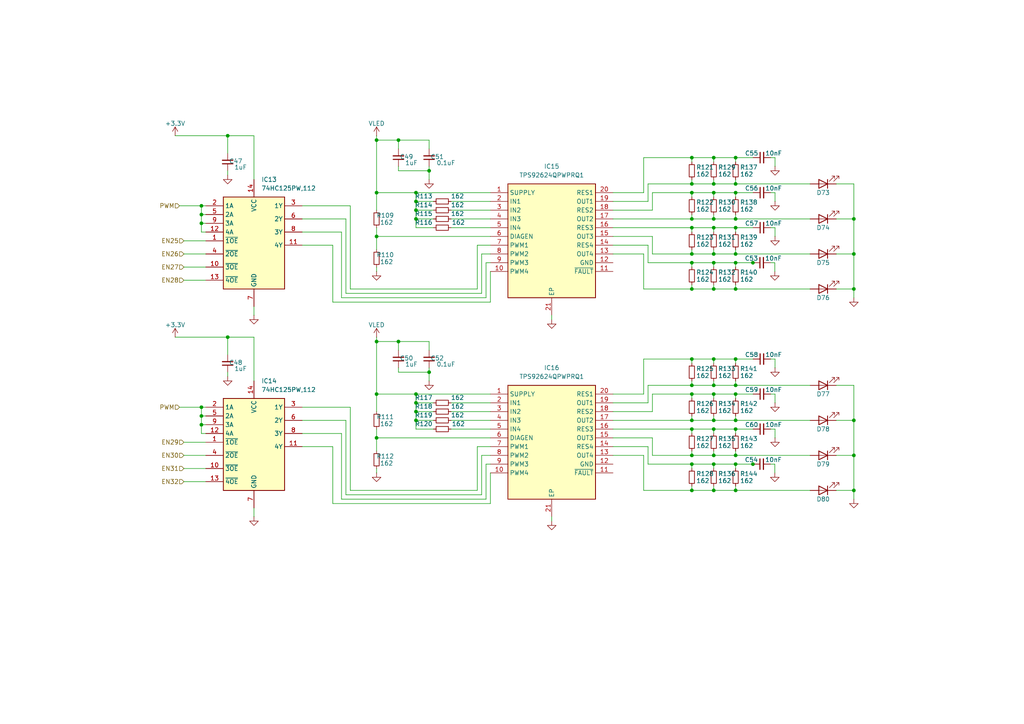
<source format=kicad_sch>
(kicad_sch (version 20250114) (generator "eeschema") (generator_version "9.0")
  (paper "A4")
  (lib_symbols
    (symbol "Device:C_Small" (pin_numbers (hide yes)) (pin_names (offset 0.254) (hide yes))
      (property "Reference" "C" (at 0.254 1.778 0))
      (property "Value" "C_Small" (at 0.254 -2.032 0))
      (symbol "C_Small_0_1"
        (polyline (pts (xy -1.524 0.508) (xy 1.524 0.508)) (stroke (width 0.3048)))
        (polyline (pts (xy -1.524 -0.508) (xy 1.524 -0.508)) (stroke (width 0.3302)))
      )
      (symbol "C_Small_1_1"
        (pin passive line (at 0 2.54 270) (length 2.032) (name "~") (number "1"))
        (pin passive line (at 0 -2.54 90) (length 2.032) (name "~") (number "2"))
      )
    )
    (symbol "Device:R_Small" (pin_numbers (hide yes)) (pin_names (offset 0.254) (hide yes))
      (property "Reference" "R" (at 0 0 90))
      (property "Value" "R_Small" (at 1.778 0 90))
      (symbol "R_Small_0_1"
        (rectangle (start -0.762 1.778) (end 0.762 -1.778) (stroke (width 0.2032)))
      )
      (symbol "R_Small_1_1"
        (pin passive line (at 0 2.54 270) (length 0.762) (name "~") (number "1"))
        (pin passive line (at 0 -2.54 90) (length 0.762) (name "~") (number "2"))
      )
    )
    (symbol "Library:74HC125PW,112"
      (property "Reference" "IC" (at 24.13 7.62 0))
      (property "Value" "74HC125PW,112" (at 24.13 5.08 0))
      (symbol "74HC125PW,112_1_1"
        (rectangle (start 5.08 2.54) (end 22.86 -24.13) (stroke (width 0.254)) (fill (type background)))
        (pin passive line (at 0 0 0) (length 5.08) (name "1A") (number "2"))
        (pin passive line (at 0 -2.54 0) (length 5.08) (name "2A") (number "5"))
        (pin passive line (at 0 -5.08 0) (length 5.08) (name "3A") (number "9"))
        (pin passive line (at 0 -7.62 0) (length 5.08) (name "4A") (number "12"))
        (pin passive line (at 0 -10.16 0) (length 5.08) (name "~{1OE}") (number "1"))
        (pin passive line (at 0 -13.97 0) (length 5.08) (name "~{2OE}") (number "4"))
        (pin passive line (at 0 -17.78 0) (length 5.08) (name "~{3OE}") (number "10"))
        (pin passive line (at 0 -21.59 0) (length 5.08) (name "~{4OE}") (number "13"))
        (pin passive line (at 13.97 7.62 270) (length 5.08) (name "VCC") (number "14"))
        (pin passive line (at 13.97 -29.21 90) (length 5.08) (name "GND") (number "7"))
        (pin passive line (at 27.94 0 180) (length 5.08) (name "1Y") (number "3"))
        (pin passive line (at 27.94 -3.81 180) (length 5.08) (name "2Y") (number "6"))
        (pin passive line (at 27.94 -7.62 180) (length 5.08) (name "3Y") (number "8"))
        (pin passive line (at 27.94 -11.43 180) (length 5.08) (name "4Y") (number "11"))
      )
    )
    (symbol "Library:LED" (pin_numbers (hide yes)) (pin_names (offset 1.016) (hide yes))
      (property "Reference" "D1" (at -1.5875 6.35 0))
      (property "Value" "LED" (at -1.5875 3.81 0))
      (symbol "LED_0_1"
        (polyline (pts (xy -3.048 -0.762) (xy -4.572 -2.286) (xy -3.81 -2.286) (xy -4.572 -2.286) (xy -4.572 -1.524)))
        (polyline (pts (xy -1.778 -0.762) (xy -3.302 -2.286) (xy -2.54 -2.286) (xy -3.302 -2.286) (xy -3.302 -1.524)))
        (polyline (pts (xy -1.27 0) (xy 1.27 0)))
        (polyline (pts (xy -1.27 -1.27) (xy -1.27 1.27)) (stroke (width 0.254)))
        (polyline (pts (xy 1.27 -1.27) (xy 1.27 1.27) (xy -1.27 0) (xy 1.27 -1.27)) (stroke (width 0.254)))
      )
      (symbol "LED_1_1"
        (pin passive line (at -3.81 0 0) (length 2.54) (name "K") (number "1"))
        (pin passive line (at -3.81 0 0) (length 2.54) (name "K") (number "2"))
        (pin passive line (at 3.81 0 180) (length 2.54) (name "A") (number "3"))
        (pin passive line (at 3.81 0 180) (length 2.54) (name "A") (number "4"))
      )
    )
    (symbol "Library:TPS92624QPWPRQ1"
      (property "Reference" "IC" (at 31.75 7.62 0))
      (property "Value" "TPS92624QPWPRQ1" (at 31.75 5.08 0))
      (symbol "TPS92624QPWPRQ1_1_1"
        (rectangle (start 5.08 2.54) (end 30.48 -30.48) (stroke (width 0.254)) (fill (type background)))
        (pin passive line (at 0 0 0) (length 5.08) (name "SUPPLY") (number "1"))
        (pin passive line (at 0 -2.54 0) (length 5.08) (name "IN1") (number "2"))
        (pin passive line (at 0 -5.08 0) (length 5.08) (name "IN2") (number "3"))
        (pin passive line (at 0 -7.62 0) (length 5.08) (name "IN3") (number "4"))
        (pin passive line (at 0 -10.16 0) (length 5.08) (name "IN4") (number "5"))
        (pin passive line (at 0 -12.7 0) (length 5.08) (name "DIAGEN") (number "6"))
        (pin passive line (at 0 -15.24 0) (length 5.08) (name "PWM1") (number "7"))
        (pin passive line (at 0 -17.78 0) (length 5.08) (name "PWM2") (number "8"))
        (pin passive line (at 0 -20.32 0) (length 5.08) (name "PWM3") (number "9"))
        (pin passive line (at 0 -22.86 0) (length 5.08) (name "PWM4") (number "10"))
        (pin passive line (at 17.78 -35.56 90) (length 5.08) (name "EP") (number "21"))
        (pin passive line (at 35.56 0 180) (length 5.08) (name "RES1") (number "20"))
        (pin passive line (at 35.56 -2.54 180) (length 5.08) (name "OUT1") (number "19"))
        (pin passive line (at 35.56 -5.08 180) (length 5.08) (name "RES2") (number "18"))
        (pin passive line (at 35.56 -7.62 180) (length 5.08) (name "OUT2") (number "17"))
        (pin passive line (at 35.56 -10.16 180) (length 5.08) (name "RES3") (number "16"))
        (pin passive line (at 35.56 -12.7 180) (length 5.08) (name "OUT3") (number "15"))
        (pin passive line (at 35.56 -15.24 180) (length 5.08) (name "RES4") (number "14"))
        (pin passive line (at 35.56 -17.78 180) (length 5.08) (name "OUT4") (number "13"))
        (pin passive line (at 35.56 -20.32 180) (length 5.08) (name "GND") (number "12"))
        (pin passive line (at 35.56 -22.86 180) (length 5.08) (name "~{FAULT}") (number "11"))
      )
    )
    (symbol "power:+3.3V" (power) (pin_numbers (hide yes)) (pin_names (offset 0) (hide yes))
      (property "Value" "+3.3V" (at 0 3.556 0))
      (symbol "+3.3V_0_1"
        (polyline (pts (xy -0.762 1.27) (xy 0 2.54)))
        (polyline (pts (xy 0 2.54) (xy 0.762 1.27)))
        (polyline (pts (xy 0 0) (xy 0 2.54)))
      )
      (symbol "+3.3V_1_1"
        (pin power_in line (at 0 0 90) (length 0) (name "~") (number "1"))
      )
    )
    (symbol "power:GND" (power) (pin_numbers (hide yes)) (pin_names (offset 0) (hide yes))
      (property "Value" "GND" (at 0 -3.81 0))
      (symbol "GND_0_1"
        (polyline (pts (xy 0 0) (xy 0 -1.27) (xy 1.27 -1.27) (xy 0 -2.54) (xy -1.27 -1.27) (xy 0 -1.27)))
      )
      (symbol "GND_1_1"
        (pin power_in line (at 0 0 270) (length 0) (name "~") (number "1"))
      )
    )
  )
  (junction (at 207.01 132.08))
  (junction (at 213.36 142.24))
  (junction (at 120.65 119.38))
  (junction (at 200.66 63.5))
  (junction (at 207.01 45.72))
  (junction (at 207.01 66.04))
  (junction (at 109.22 55.88))
  (junction (at 58.42 64.77))
  (junction (at 207.01 55.88))
  (junction (at 207.01 83.82))
  (junction (at 207.01 53.34))
  (junction (at 109.22 99.06))
  (junction (at 213.36 114.3))
  (junction (at 58.42 59.69))
  (junction (at 213.36 76.2))
  (junction (at 207.01 134.62))
  (junction (at 200.66 142.24))
  (junction (at 247.65 142.24))
  (junction (at 247.65 132.08))
  (junction (at 200.66 83.82))
  (junction (at 58.42 123.19))
  (junction (at 124.46 107.95))
  (junction (at 207.01 114.3))
  (junction (at 207.01 121.92))
  (junction (at 58.42 118.11))
  (junction (at 213.36 73.66))
  (junction (at 58.42 120.65))
  (junction (at 207.01 73.66))
  (junction (at 200.66 104.14))
  (junction (at 213.36 104.14))
  (junction (at 247.65 83.82))
  (junction (at 124.46 49.53))
  (junction (at 120.65 116.84))
  (junction (at 200.66 132.08))
  (junction (at 120.65 60.96))
  (junction (at 200.66 76.2))
  (junction (at 66.04 97.79))
  (junction (at 200.66 124.46))
  (junction (at 247.65 63.5))
  (junction (at 200.66 111.76))
  (junction (at 58.42 62.23))
  (junction (at 213.36 132.08))
  (junction (at 213.36 83.82))
  (junction (at 247.65 121.92))
  (junction (at 109.22 68.58))
  (junction (at 120.65 63.5))
  (junction (at 115.57 99.06))
  (junction (at 218.3774 76.2))
  (junction (at 120.65 58.42))
  (junction (at 213.36 45.72))
  (junction (at 200.66 114.3))
  (junction (at 207.01 63.5))
  (junction (at 247.65 73.66))
  (junction (at 66.04 39.37))
  (junction (at 200.66 45.72))
  (junction (at 120.65 114.3))
  (junction (at 207.01 76.2))
  (junction (at 109.22 40.64))
  (junction (at 207.01 111.76))
  (junction (at 109.22 114.3))
  (junction (at 200.66 121.92))
  (junction (at 120.65 121.92))
  (junction (at 207.01 142.24))
  (junction (at 200.66 66.04))
  (junction (at 200.66 55.88))
  (junction (at 207.01 104.14))
  (junction (at 207.01 124.46))
  (junction (at 218.3774 134.62))
  (junction (at 213.36 63.5))
  (junction (at 213.36 66.04))
  (junction (at 200.66 53.34))
  (junction (at 200.66 134.62))
  (junction (at 109.22 127))
  (junction (at 213.36 121.92))
  (junction (at 200.66 73.66))
  (junction (at 213.36 134.62))
  (junction (at 213.36 55.88))
  (junction (at 115.57 40.64))
  (junction (at 213.36 111.76))
  (junction (at 120.65 55.88))
  (junction (at 213.36 124.46))
  (junction (at 213.36 53.34))
  (wire (pts (xy 125.73 119.38) (xy 120.65 119.38)))
  (wire (pts (xy 200.66 76.2) (xy 207.01 76.2)))
  (wire (pts (xy 187.96 111.76) (xy 200.66 111.76)))
  (wire (pts (xy 200.66 45.72) (xy 207.01 45.72)))
  (wire (pts (xy 213.36 124.46) (xy 213.36 125.73)))
  (wire (pts (xy 177.8 71.12) (xy 187.96 71.12)))
  (wire (pts (xy 247.65 111.76) (xy 247.65 121.92)))
  (wire (pts (xy 213.36 111.76) (xy 234.95 111.76)))
  (wire (pts (xy 120.65 121.92) (xy 120.65 124.46)))
  (wire (pts (xy 213.36 66.04) (xy 213.36 67.31)))
  (wire (pts (xy 200.66 114.3) (xy 207.01 114.3)))
  (wire (pts (xy 138.43 83.82) (xy 138.43 71.12)))
  (wire (pts (xy 115.57 99.06) (xy 124.46 99.06)))
  (wire (pts (xy 177.8 58.42) (xy 187.96 58.42)))
  (wire (pts (xy 130.81 124.46) (xy 142.24 124.46)))
  (wire (pts (xy 100.33 143.51) (xy 139.7 143.51)))
  (wire (pts (xy 213.36 83.82) (xy 213.36 82.55)))
  (wire (pts (xy 177.8 124.46) (xy 200.66 124.46)))
  (wire (pts (xy 120.65 58.42) (xy 120.65 60.96)))
  (wire (pts (xy 207.01 63.5) (xy 207.01 62.23)))
  (wire (pts (xy 109.22 68.58) (xy 142.24 68.58)))
  (wire (pts (xy 53.34 73.66) (xy 59.69 73.66)))
  (wire (pts (xy 207.01 104.14) (xy 207.01 105.41)))
  (wire (pts (xy 58.42 125.73) (xy 58.42 123.19)))
  (wire (pts (xy 213.36 55.88) (xy 213.36 57.15)))
  (wire (pts (xy 177.8 60.96) (xy 189.23 60.96)))
  (wire (pts (xy 96.52 129.54) (xy 96.52 146.05)))
  (wire (pts (xy 207.01 124.46) (xy 213.36 124.46)))
  (wire (pts (xy 247.65 63.5) (xy 247.65 73.66)))
  (wire (pts (xy 247.65 142.24) (xy 242.57 142.24)))
  (wire (pts (xy 58.42 123.19) (xy 59.69 123.19)))
  (wire (pts (xy 207.01 73.66) (xy 213.36 73.66)))
  (wire (pts (xy 207.01 111.76) (xy 213.36 111.76)))
  (wire (pts (xy 58.42 120.65) (xy 58.42 118.11)))
  (wire (pts (xy 142.24 146.05) (xy 142.24 137.16)))
  (wire (pts (xy 120.65 114.3) (xy 142.24 114.3)))
  (wire (pts (xy 200.66 134.62) (xy 200.66 135.89)))
  (wire (pts (xy 247.65 121.92) (xy 247.65 132.08)))
  (wire (pts (xy 160.02 149.86) (xy 160.02 151.13)))
  (wire (pts (xy 213.36 124.46) (xy 218.44 124.46)))
  (wire (pts (xy 177.8 119.38) (xy 189.23 119.38)))
  (wire (pts (xy 120.65 63.5) (xy 120.65 66.04)))
  (wire (pts (xy 218.3774 134.62) (xy 218.44 134.62)))
  (wire (pts (xy 87.63 121.92) (xy 100.33 121.92)))
  (wire (pts (xy 120.65 55.88) (xy 142.24 55.88)))
  (wire (pts (xy 66.04 97.79) (xy 73.66 97.79)))
  (wire (pts (xy 200.66 73.66) (xy 207.01 73.66)))
  (wire (pts (xy 213.36 132.08) (xy 213.36 130.81)))
  (wire (pts (xy 242.57 132.08) (xy 247.65 132.08)))
  (wire (pts (xy 189.23 119.38) (xy 189.23 114.3)))
  (wire (pts (xy 247.65 83.82) (xy 242.57 83.82)))
  (wire (pts (xy 138.43 129.54) (xy 142.24 129.54)))
  (wire (pts (xy 99.06 86.36) (xy 99.06 67.31)))
  (wire (pts (xy 58.42 62.23) (xy 59.69 62.23)))
  (wire (pts (xy 109.22 114.3) (xy 109.22 119.38)))
  (wire (pts (xy 109.22 114.3) (xy 120.65 114.3)))
  (wire (pts (xy 96.52 146.05) (xy 142.24 146.05)))
  (wire (pts (xy 115.57 40.64) (xy 115.57 43.18)))
  (wire (pts (xy 53.34 135.89) (xy 59.69 135.89)))
  (wire (pts (xy 66.04 39.37) (xy 73.66 39.37)))
  (wire (pts (xy 207.01 114.3) (xy 207.01 115.57)))
  (wire (pts (xy 142.24 87.63) (xy 142.24 78.74)))
  (wire (pts (xy 125.73 60.96) (xy 120.65 60.96)))
  (wire (pts (xy 247.65 83.82) (xy 247.65 86.36)))
  (wire (pts (xy 186.69 83.82) (xy 200.66 83.82)))
  (wire (pts (xy 53.34 132.08) (xy 59.69 132.08)))
  (wire (pts (xy 130.81 63.5) (xy 142.24 63.5)))
  (wire (pts (xy 177.8 121.92) (xy 200.66 121.92)))
  (wire (pts (xy 207.01 66.04) (xy 213.36 66.04)))
  (wire (pts (xy 177.8 114.3) (xy 186.69 114.3)))
  (wire (pts (xy 213.36 111.76) (xy 213.36 110.49)))
  (wire (pts (xy 177.8 66.04) (xy 200.66 66.04)))
  (wire (pts (xy 125.73 124.46) (xy 120.65 124.46)))
  (wire (pts (xy 200.66 63.5) (xy 200.66 62.23)))
  (wire (pts (xy 101.6 118.11) (xy 101.6 142.24)))
  (wire (pts (xy 96.52 71.12) (xy 96.52 87.63)))
  (wire (pts (xy 213.36 45.72) (xy 213.36 46.99)))
  (wire (pts (xy 200.66 66.04) (xy 200.66 67.31)))
  (wire (pts (xy 109.22 127) (xy 109.22 124.46)))
  (wire (pts (xy 242.57 111.76) (xy 247.65 111.76)))
  (wire (pts (xy 120.65 116.84) (xy 125.73 116.84)))
  (wire (pts (xy 200.66 132.08) (xy 207.01 132.08)))
  (wire (pts (xy 207.01 134.62) (xy 207.01 135.89)))
  (wire (pts (xy 101.6 142.24) (xy 138.43 142.24)))
  (wire (pts (xy 224.79 48.26) (xy 224.79 45.72)))
  (wire (pts (xy 186.69 73.66) (xy 186.69 83.82)))
  (wire (pts (xy 224.79 66.04) (xy 223.52 66.04)))
  (wire (pts (xy 87.63 129.54) (xy 96.52 129.54)))
  (wire (pts (xy 100.33 85.09) (xy 139.7 85.09)))
  (wire (pts (xy 120.65 58.42) (xy 120.65 55.88)))
  (wire (pts (xy 177.8 127) (xy 189.23 127)))
  (wire (pts (xy 200.66 104.14) (xy 200.66 105.41)))
  (wire (pts (xy 207.01 121.92) (xy 213.36 121.92)))
  (wire (pts (xy 200.66 114.3) (xy 200.66 115.57)))
  (wire (pts (xy 130.81 58.42) (xy 142.24 58.42)))
  (wire (pts (xy 130.81 121.92) (xy 142.24 121.92)))
  (wire (pts (xy 187.96 53.34) (xy 200.66 53.34)))
  (wire (pts (xy 189.23 55.88) (xy 200.66 55.88)))
  (wire (pts (xy 53.34 81.28) (xy 59.69 81.28)))
  (wire (pts (xy 99.06 144.78) (xy 99.06 125.73)))
  (wire (pts (xy 213.36 142.24) (xy 234.95 142.24)))
  (wire (pts (xy 52.07 59.69) (xy 58.42 59.69)))
  (wire (pts (xy 139.7 85.09) (xy 139.7 73.66)))
  (wire (pts (xy 58.42 64.77) (xy 58.42 62.23)))
  (wire (pts (xy 99.06 125.73) (xy 87.63 125.73)))
  (wire (pts (xy 207.01 45.72) (xy 213.36 45.72)))
  (wire (pts (xy 109.22 55.88) (xy 120.65 55.88)))
  (wire (pts (xy 120.65 119.38) (xy 120.65 121.92)))
  (wire (pts (xy 109.22 40.64) (xy 109.22 55.88)))
  (wire (pts (xy 186.69 104.14) (xy 200.66 104.14)))
  (wire (pts (xy 109.22 99.06) (xy 115.57 99.06)))
  (wire (pts (xy 115.57 48.26) (xy 115.57 49.53)))
  (wire (pts (xy 139.7 73.66) (xy 142.24 73.66)))
  (wire (pts (xy 177.8 116.84) (xy 187.96 116.84)))
  (wire (pts (xy 200.66 83.82) (xy 200.66 82.55)))
  (wire (pts (xy 109.22 130.81) (xy 109.22 127)))
  (wire (pts (xy 124.46 49.53) (xy 124.46 48.26)))
  (wire (pts (xy 109.22 97.79) (xy 109.22 99.06)))
  (wire (pts (xy 73.66 52.07) (xy 73.66 39.37)))
  (wire (pts (xy 125.73 66.04) (xy 120.65 66.04)))
  (wire (pts (xy 242.57 73.66) (xy 247.65 73.66)))
  (wire (pts (xy 139.7 132.08) (xy 142.24 132.08)))
  (wire (pts (xy 200.66 134.62) (xy 207.01 134.62)))
  (wire (pts (xy 186.69 132.08) (xy 186.69 142.24)))
  (wire (pts (xy 142.24 76.2) (xy 140.97 76.2)))
  (wire (pts (xy 200.66 45.72) (xy 200.66 46.99)))
  (wire (pts (xy 115.57 49.53) (xy 124.46 49.53)))
  (wire (pts (xy 177.8 63.5) (xy 200.66 63.5)))
  (wire (pts (xy 120.65 116.84) (xy 120.65 114.3)))
  (wire (pts (xy 53.34 77.47) (xy 59.69 77.47)))
  (wire (pts (xy 189.23 73.66) (xy 200.66 73.66)))
  (wire (pts (xy 207.01 55.88) (xy 207.01 57.15)))
  (wire (pts (xy 186.69 142.24) (xy 200.66 142.24)))
  (wire (pts (xy 213.36 83.82) (xy 234.95 83.82)))
  (wire (pts (xy 189.23 68.58) (xy 189.23 73.66)))
  (wire (pts (xy 138.43 71.12) (xy 142.24 71.12)))
  (wire (pts (xy 109.22 55.88) (xy 109.22 60.96)))
  (wire (pts (xy 213.36 134.62) (xy 218.3774 134.62)))
  (wire (pts (xy 115.57 40.64) (xy 124.46 40.64)))
  (wire (pts (xy 207.01 134.62) (xy 213.36 134.62)))
  (wire (pts (xy 247.65 73.66) (xy 247.65 83.82)))
  (wire (pts (xy 224.7274 134.62) (xy 223.4574 134.62)))
  (wire (pts (xy 213.36 104.14) (xy 218.44 104.14)))
  (wire (pts (xy 186.69 45.72) (xy 200.66 45.72)))
  (wire (pts (xy 96.52 87.63) (xy 142.24 87.63)))
  (wire (pts (xy 187.96 129.54) (xy 187.96 134.62)))
  (wire (pts (xy 124.46 99.06) (xy 124.46 101.6)))
  (wire (pts (xy 213.36 114.3) (xy 213.36 115.57)))
  (wire (pts (xy 53.34 139.7) (xy 59.69 139.7)))
  (wire (pts (xy 207.01 53.34) (xy 213.36 53.34)))
  (wire (pts (xy 213.36 53.34) (xy 213.36 52.07)))
  (wire (pts (xy 87.63 118.11) (xy 101.6 118.11)))
  (wire (pts (xy 177.8 129.54) (xy 187.96 129.54)))
  (wire (pts (xy 200.66 55.88) (xy 200.66 57.15)))
  (wire (pts (xy 140.97 134.62) (xy 140.97 144.78)))
  (wire (pts (xy 189.23 132.08) (xy 200.66 132.08)))
  (wire (pts (xy 200.66 76.2) (xy 200.66 77.47)))
  (wire (pts (xy 101.6 83.82) (xy 138.43 83.82)))
  (wire (pts (xy 115.57 106.68) (xy 115.57 107.95)))
  (wire (pts (xy 207.01 142.24) (xy 213.36 142.24)))
  (wire (pts (xy 130.81 116.84) (xy 142.24 116.84)))
  (wire (pts (xy 200.66 142.24) (xy 207.01 142.24)))
  (wire (pts (xy 58.42 64.77) (xy 59.69 64.77)))
  (wire (pts (xy 200.66 104.14) (xy 207.01 104.14)))
  (wire (pts (xy 224.7274 78.74) (xy 224.7274 76.2)))
  (wire (pts (xy 187.96 71.12) (xy 187.96 76.2)))
  (wire (pts (xy 140.97 144.78) (xy 99.06 144.78)))
  (wire (pts (xy 87.63 71.12) (xy 96.52 71.12)))
  (wire (pts (xy 101.6 59.69) (xy 101.6 83.82)))
  (wire (pts (xy 213.36 45.72) (xy 218.44 45.72)))
  (wire (pts (xy 109.22 39.37) (xy 109.22 40.64)))
  (wire (pts (xy 207.01 114.3) (xy 213.36 114.3)))
  (wire (pts (xy 177.8 73.66) (xy 186.69 73.66)))
  (wire (pts (xy 109.22 77.47) (xy 109.22 78.74)))
  (wire (pts (xy 87.63 63.5) (xy 100.33 63.5)))
  (wire (pts (xy 124.46 107.95) (xy 124.46 106.68)))
  (wire (pts (xy 187.96 76.2) (xy 200.66 76.2)))
  (wire (pts (xy 224.79 106.68) (xy 224.79 104.14)))
  (wire (pts (xy 224.79 55.88) (xy 223.52 55.88)))
  (wire (pts (xy 213.36 53.34) (xy 234.95 53.34)))
  (wire (pts (xy 189.23 114.3) (xy 200.66 114.3)))
  (wire (pts (xy 207.01 66.04) (xy 207.01 67.31)))
  (wire (pts (xy 200.66 111.76) (xy 200.66 110.49)))
  (wire (pts (xy 207.01 83.82) (xy 207.01 82.55)))
  (wire (pts (xy 177.8 132.08) (xy 186.69 132.08)))
  (wire (pts (xy 224.79 45.72) (xy 223.52 45.72)))
  (wire (pts (xy 213.36 73.66) (xy 234.95 73.66)))
  (wire (pts (xy 109.22 127) (xy 142.24 127)))
  (wire (pts (xy 207.01 124.46) (xy 207.01 125.73)))
  (wire (pts (xy 115.57 107.95) (xy 124.46 107.95)))
  (wire (pts (xy 242.57 121.92) (xy 247.65 121.92)))
  (wire (pts (xy 247.65 53.34) (xy 247.65 63.5)))
  (wire (pts (xy 213.36 121.92) (xy 213.36 120.65)))
  (wire (pts (xy 73.66 110.49) (xy 73.66 97.79)))
  (wire (pts (xy 187.96 58.42) (xy 187.96 53.34)))
  (wire (pts (xy 200.66 83.82) (xy 207.01 83.82)))
  (wire (pts (xy 224.7274 76.2) (xy 223.4574 76.2)))
  (wire (pts (xy 207.01 73.66) (xy 207.01 72.39)))
  (wire (pts (xy 139.7 143.51) (xy 139.7 132.08)))
  (wire (pts (xy 58.42 67.31) (xy 58.42 64.77)))
  (wire (pts (xy 187.96 116.84) (xy 187.96 111.76)))
  (wire (pts (xy 200.66 53.34) (xy 200.66 52.07)))
  (wire (pts (xy 130.81 119.38) (xy 142.24 119.38)))
  (wire (pts (xy 200.66 132.08) (xy 200.66 130.81)))
  (wire (pts (xy 207.01 104.14) (xy 213.36 104.14)))
  (wire (pts (xy 66.04 107.95) (xy 66.04 109.22)))
  (wire (pts (xy 213.36 66.04) (xy 218.44 66.04)))
  (wire (pts (xy 207.01 63.5) (xy 213.36 63.5)))
  (wire (pts (xy 53.34 128.27) (xy 59.69 128.27)))
  (wire (pts (xy 224.79 127) (xy 224.79 124.46)))
  (wire (pts (xy 73.66 88.9) (xy 73.66 91.44)))
  (wire (pts (xy 207.01 111.76) (xy 207.01 110.49)))
  (wire (pts (xy 125.73 121.92) (xy 120.65 121.92)))
  (wire (pts (xy 58.42 62.23) (xy 58.42 59.69)))
  (wire (pts (xy 138.43 142.24) (xy 138.43 129.54)))
  (wire (pts (xy 200.66 73.66) (xy 200.66 72.39)))
  (wire (pts (xy 207.01 53.34) (xy 207.01 52.07)))
  (wire (pts (xy 50.8 97.79) (xy 66.04 97.79)))
  (wire (pts (xy 58.42 120.65) (xy 59.69 120.65)))
  (wire (pts (xy 73.66 147.32) (xy 73.66 149.86)))
  (wire (pts (xy 200.66 53.34) (xy 207.01 53.34)))
  (wire (pts (xy 186.69 114.3) (xy 186.69 104.14)))
  (wire (pts (xy 224.79 104.14) (xy 223.52 104.14)))
  (wire (pts (xy 207.01 76.2) (xy 213.36 76.2)))
  (wire (pts (xy 224.79 68.58) (xy 224.79 66.04)))
  (wire (pts (xy 200.66 121.92) (xy 200.66 120.65)))
  (wire (pts (xy 207.01 142.24) (xy 207.01 140.97)))
  (wire (pts (xy 140.97 76.2) (xy 140.97 86.36)))
  (wire (pts (xy 100.33 121.92) (xy 100.33 143.51)))
  (wire (pts (xy 52.07 118.11) (xy 58.42 118.11)))
  (wire (pts (xy 125.73 63.5) (xy 120.65 63.5)))
  (wire (pts (xy 224.79 58.42) (xy 224.79 55.88)))
  (wire (pts (xy 115.57 99.06) (xy 115.57 101.6)))
  (wire (pts (xy 247.65 132.08) (xy 247.65 142.24)))
  (wire (pts (xy 207.01 45.72) (xy 207.01 46.99)))
  (wire (pts (xy 66.04 49.53) (xy 66.04 50.8)))
  (wire (pts (xy 109.22 40.64) (xy 115.57 40.64)))
  (wire (pts (xy 224.7274 137.16) (xy 224.7274 134.62)))
  (wire (pts (xy 213.36 114.3) (xy 218.44 114.3)))
  (wire (pts (xy 66.04 97.79) (xy 66.04 102.87)))
  (wire (pts (xy 200.66 142.24) (xy 200.66 140.97)))
  (wire (pts (xy 213.36 76.2) (xy 213.36 77.47)))
  (wire (pts (xy 59.69 67.31) (xy 58.42 67.31)))
  (wire (pts (xy 58.42 118.11) (xy 59.69 118.11)))
  (wire (pts (xy 200.66 63.5) (xy 207.01 63.5)))
  (wire (pts (xy 177.8 68.58) (xy 189.23 68.58)))
  (wire (pts (xy 189.23 127) (xy 189.23 132.08)))
  (wire (pts (xy 200.66 121.92) (xy 207.01 121.92)))
  (wire (pts (xy 130.81 66.04) (xy 142.24 66.04)))
  (wire (pts (xy 247.65 142.24) (xy 247.65 144.78)))
  (wire (pts (xy 207.01 55.88) (xy 213.36 55.88)))
  (wire (pts (xy 200.66 111.76) (xy 207.01 111.76)))
  (wire (pts (xy 160.02 91.44) (xy 160.02 92.71)))
  (wire (pts (xy 213.36 63.5) (xy 213.36 62.23)))
  (wire (pts (xy 66.04 39.37) (xy 66.04 44.45)))
  (wire (pts (xy 207.01 76.2) (xy 207.01 77.47)))
  (wire (pts (xy 87.63 59.69) (xy 101.6 59.69)))
  (wire (pts (xy 200.66 55.88) (xy 207.01 55.88)))
  (wire (pts (xy 218.3774 76.2) (xy 218.44 76.2)))
  (wire (pts (xy 50.8 39.37) (xy 66.04 39.37)))
  (wire (pts (xy 58.42 123.19) (xy 58.42 120.65)))
  (wire (pts (xy 200.66 124.46) (xy 200.66 125.73)))
  (wire (pts (xy 213.36 104.14) (xy 213.36 105.41)))
  (wire (pts (xy 59.69 125.73) (xy 58.42 125.73)))
  (wire (pts (xy 99.06 67.31) (xy 87.63 67.31)))
  (wire (pts (xy 124.46 107.95) (xy 124.46 110.49)))
  (wire (pts (xy 130.81 60.96) (xy 142.24 60.96)))
  (wire (pts (xy 120.65 116.84) (xy 120.65 119.38)))
  (wire (pts (xy 120.65 58.42) (xy 125.73 58.42)))
  (wire (pts (xy 120.65 60.96) (xy 120.65 63.5)))
  (wire (pts (xy 53.34 69.85) (xy 59.69 69.85)))
  (wire (pts (xy 224.79 116.84) (xy 224.79 114.3)))
  (wire (pts (xy 200.66 124.46) (xy 207.01 124.46)))
  (wire (pts (xy 213.36 73.66) (xy 213.36 72.39)))
  (wire (pts (xy 207.01 121.92) (xy 207.01 120.65)))
  (wire (pts (xy 213.36 134.62) (xy 213.36 135.89)))
  (wire (pts (xy 213.36 132.08) (xy 234.95 132.08)))
  (wire (pts (xy 242.57 53.34) (xy 247.65 53.34)))
  (wire (pts (xy 213.36 55.88) (xy 218.44 55.88)))
  (wire (pts (xy 142.24 134.62) (xy 140.97 134.62)))
  (wire (pts (xy 224.79 124.46) (xy 223.52 124.46)))
  (wire (pts (xy 207.01 132.08) (xy 213.36 132.08)))
  (wire (pts (xy 109.22 68.58) (xy 109.22 66.04)))
  (wire (pts (xy 177.8 55.88) (xy 186.69 55.88)))
  (wire (pts (xy 109.22 135.89) (xy 109.22 137.16)))
  (wire (pts (xy 213.36 142.24) (xy 213.36 140.97)))
  (wire (pts (xy 189.23 60.96) (xy 189.23 55.88)))
  (wire (pts (xy 58.42 59.69) (xy 59.69 59.69)))
  (wire (pts (xy 186.69 55.88) (xy 186.69 45.72)))
  (wire (pts (xy 242.57 63.5) (xy 247.65 63.5)))
  (wire (pts (xy 109.22 72.39) (xy 109.22 68.58)))
  (wire (pts (xy 224.79 114.3) (xy 223.52 114.3)))
  (wire (pts (xy 100.33 63.5) (xy 100.33 85.09)))
  (wire (pts (xy 109.22 99.06) (xy 109.22 114.3)))
  (wire (pts (xy 213.36 63.5) (xy 234.95 63.5)))
  (wire (pts (xy 124.46 49.53) (xy 124.46 52.07)))
  (wire (pts (xy 207.01 83.82) (xy 213.36 83.82)))
  (wire (pts (xy 213.36 76.2) (xy 218.3774 76.2)))
  (wire (pts (xy 207.01 132.08) (xy 207.01 130.81)))
  (wire (pts (xy 187.96 134.62) (xy 200.66 134.62)))
  (wire (pts (xy 140.97 86.36) (xy 99.06 86.36)))
  (wire (pts (xy 213.36 121.92) (xy 234.95 121.92)))
  (wire (pts (xy 124.46 40.64) (xy 124.46 43.18)))
  (wire (pts (xy 200.66 66.04) (xy 207.01 66.04)))
  (hierarchical_label "EN27" (shape input) (at 53.34 77.47 180))
  (hierarchical_label "PWM" (shape input) (at 52.07 59.69 180))
  (hierarchical_label "EN31" (shape input) (at 53.34 135.89 180))
  (hierarchical_label "EN29" (shape input) (at 53.34 128.27 180))
  (hierarchical_label "EN30" (shape input) (at 53.34 132.08 180))
  (hierarchical_label "PWM" (shape input) (at 52.07 118.11 180))
  (hierarchical_label "EN28" (shape input) (at 53.34 81.28 180))
  (hierarchical_label "EN32" (shape input) (at 53.34 139.7 180))
  (hierarchical_label "EN26" (shape input) (at 53.34 73.66 180))
  (hierarchical_label "EN25" (shape input) (at 53.34 69.85 180))
  (symbol (lib_id "Device:R_Small") (at 109.22 121.92 180) (unit 1)
    (property "Reference" "R111" (at 114.3 120.904 0) (effects (justify left)))
    (property "Value" "162" (at 114.046 122.936 0) (effects (justify left)))
    (property "Description" "Resistor, small symbol" (effects (hide yes)))
  )
  (symbol (lib_id "Device:R_Small") (at 200.66 69.85 0) (unit 1)
    (property "Reference" "R123" (at 201.93 68.834 0) (effects (justify left)))
    (property "Value" "162" (at 201.93 70.866 0) (effects (justify left)))
    (property "Description" "Resistor, small symbol" (effects (hide yes)))
  )
  (symbol (lib_id "power:GND") (at 66.04 109.22 0) (unit 1)
    (property "Reference" "#PWR086" (effects (hide yes)))
    (property "Value" "GND" (effects (hide yes)))
    (property "Description" "Power symbol creates a global label with name \"GND\" , ground" (effects (hide yes)))
  )
  (symbol (lib_id "power:GND") (at 224.79 127 0) (unit 1)
    (property "Reference" "#PWR0104" (effects (hide yes)))
    (property "Value" "GND" (effects (hide yes)))
    (property "Description" "Power symbol creates a global label with name \"GND\" , ground" (effects (hide yes)))
  )
  (symbol (lib_id "power:GND") (at 109.22 137.16 0) (unit 1)
    (property "Reference" "#PWR092" (effects (hide yes)))
    (property "Value" "GND" (effects (hide yes)))
    (property "Description" "Power symbol creates a global label with name \"GND\" , ground" (effects (hide yes)))
  )
  (symbol (lib_id "Device:R_Small") (at 207.01 138.43 0) (unit 1)
    (property "Reference" "R136" (at 208.28 137.414 0) (effects (justify left)))
    (property "Value" "162" (at 208.28 139.446 0) (effects (justify left)))
    (property "Description" "Resistor, small symbol" (effects (hide yes)))
  )
  (symbol (lib_id "power:+3.3V") (at 50.8 39.37 0) (unit 1)
    (property "Reference" "#PWR083" (effects (hide yes)))
    (property "Value" "+3.3V" (at 50.8 35.814 0))
    (property "Description" "Power symbol creates a global label with name \"+3.3V\"" (effects (hide yes)))
  )
  (symbol (lib_id "Library:TPS92624QPWPRQ1") (at 142.24 114.3 0) (unit 1)
    (property "Reference" "IC16" (at 160.02 106.68 0))
    (property "Value" "TPS92624QPWPRQ1" (at 160.02 109.22 0))
    (property "Footprint" "Library:SOP65P640X120-21N" (effects (hide yes)))
    (property "Datasheet" "https://www.ti.com/lit/ds/symlink/tps92624-q1.pdf?ts=1694767333380&ref_url=https%253A%252F%252Fwww.ti.com%252Fproduct%252FTPS92624-Q1%252Fpart-details%252FTPS92624QPWPRQ1%253Futm_source%253Dgoogle%2526utm_medium%253Dcpc%2526utm_campaign%253Docb-tistore-pr" (effects (hide yes)))
    (property "Description" "TPS92624-Q1 Four-Channel, Automotive High Side LED Driver with Thermal Sharing Control" (effects (hide yes)))
    (property "Height" "1.2" (effects (hide yes)))
    (property "Manufacturer_Name" "Texas Instruments" (effects (hide yes)))
    (property "Manufacturer_Part_Number" "TPS92624QPWPRQ1" (effects (hide yes)))
    (property "Mouser Part Number" "595-TPS92624QPWPRQ1" (effects (hide yes)))
    (property "Mouser Price/Stock" "https://www.mouser.co.uk/ProductDetail/Texas-Instruments/TPS92624QPWPRQ1?qs=t7xnP681wgUaZydy8rdCYA%3D%3D" (effects (hide yes)))
    (property "Arrow Part Number" "TPS92624QPWPRQ1" (effects (hide yes)))
    (property "Arrow Price/Stock" "https://www.arrow.com/en/products/tps92624qpwprq1/texas-instruments?utm_currency=USD&region=nac" (effects (hide yes)))
  )
  (symbol (lib_id "Device:R_Small") (at 128.27 63.5 90) (unit 1)
    (property "Reference" "R115" (at 125.476 61.976 90) (effects (justify left)))
    (property "Value" "162" (at 134.62 61.976 90) (effects (justify left)))
    (property "Description" "Resistor, small symbol" (effects (hide yes)))
  )
  (symbol (lib_id "Library:74HC125PW,112") (at 59.69 118.11 0) (unit 1)
    (property "Reference" "IC14" (at 75.8033 110.49 0) (effects (justify left)))
    (property "Value" "74HC125PW,112" (at 75.8033 113.03 0) (effects (justify left)))
    (property "Footprint" "Library:SOP65P640X110-14N" (effects (hide yes)))
    (property "Datasheet" "https://assets.nexperia.com/documents/data-sheet/74HC_HCT125.pdf" (effects (hide yes)))
    (property "Description" "74HC(T)125 - Quad buffer/line driver; 3-state@en-us" (effects (hide yes)))
    (property "Height" "1.1" (effects (hide yes)))
    (property "Manufacturer_Name" "Nexperia" (effects (hide yes)))
    (property "Manufacturer_Part_Number" "74HC125PW,112" (effects (hide yes)))
    (property "Mouser Part Number" "771-HC125PW112" (effects (hide yes)))
    (property "Mouser Price/Stock" "https://www.mouser.co.uk/ProductDetail/Nexperia/74HC125PW112?qs=P62ublwmbi%252BZ%2FJLwta676g%3D%3D" (effects (hide yes)))
    (property "Arrow Part Number" "74HC125PW,112" (effects (hide yes)))
    (property "Arrow Price/Stock" "https://www.arrow.com/en/products/74hc125pw112/nexperia?region=europe" (effects (hide yes)))
  )
  (symbol (lib_id "Device:R_Small") (at 109.22 74.93 180) (unit 1)
    (property "Reference" "R110" (at 114.3 73.914 0) (effects (justify left)))
    (property "Value" "162" (at 114.046 75.946 0) (effects (justify left)))
    (property "Description" "Resistor, small symbol" (effects (hide yes)))
  )
  (symbol (lib_id "Library:LED") (at 238.76 121.92 180) (unit 1)
    (property "Reference" "D78" (at 238.76 124.46 0))
    (property "Value" "LED" (effects (hide yes)))
    (property "Footprint" "Library:GWJTLRS1EMLVL5XX531" (effects (hide yes)))
    (property "Description" "Light emitting diode" (effects (hide yes)))
    (property "Sim.Pins" "1=K 2=A" (effects (hide yes)))
  )
  (symbol (lib_id "Library:LED") (at 238.76 83.82 180) (unit 1)
    (property "Reference" "D76" (at 238.76 86.36 0))
    (property "Value" "LED" (effects (hide yes)))
    (property "Footprint" "Library:GWJTLRS1EMLVL5XX531" (effects (hide yes)))
    (property "Description" "Light emitting diode" (effects (hide yes)))
    (property "Sim.Pins" "1=K 2=A" (effects (hide yes)))
  )
  (symbol (lib_id "Device:C_Small") (at 220.98 66.04 90) (unit 1)
    (property "Reference" "C57" (at 219.964 64.77 90) (effects (justify left)))
    (property "Value" "10nF" (at 226.822 64.77 90) (effects (justify left)))
    (property "Description" "Unpolarized capacitor, small symbol" (effects (hide yes)))
  )
  (symbol (lib_id "power:GND") (at 224.79 106.68 0) (unit 1)
    (property "Reference" "#PWR0102" (effects (hide yes)))
    (property "Value" "GND" (effects (hide yes)))
    (property "Description" "Power symbol creates a global label with name \"GND\" , ground" (effects (hide yes)))
  )
  (symbol (lib_id "Device:R_Small") (at 200.66 49.53 0) (unit 1)
    (property "Reference" "R121" (at 201.93 48.514 0) (effects (justify left)))
    (property "Value" "162" (at 201.93 50.546 0) (effects (justify left)))
    (property "Description" "Resistor, small symbol" (effects (hide yes)))
  )
  (symbol (lib_id "Device:C_Small") (at 220.98 114.3 90) (unit 1)
    (property "Reference" "C59" (at 219.964 113.03 90) (effects (justify left)))
    (property "Value" "10nF" (at 226.822 113.03 90) (effects (justify left)))
    (property "Description" "Unpolarized capacitor, small symbol" (effects (hide yes)))
  )
  (symbol (lib_id "power:GND") (at 247.65 86.36 0) (unit 1)
    (property "Reference" "#PWR0105" (effects (hide yes)))
    (property "Value" "GND" (effects (hide yes)))
    (property "Description" "Power symbol creates a global label with name \"GND\" , ground" (effects (hide yes)))
  )
  (symbol (lib_id "Device:C_Small") (at 220.9174 134.62 90) (unit 1)
    (property "Reference" "C54" (at 219.9014 133.35 90) (effects (justify left)))
    (property "Value" "10nF" (at 226.7594 133.35 90) (effects (justify left)))
    (property "Description" "Unpolarized capacitor, small symbol" (effects (hide yes)))
  )
  (symbol (lib_id "Library:LED") (at 238.76 63.5 180) (unit 1)
    (property "Reference" "D74" (at 238.76 66.04 0))
    (property "Value" "LED" (effects (hide yes)))
    (property "Footprint" "Library:GWJTLRS1EMLVL5XX531" (effects (hide yes)))
    (property "Description" "Light emitting diode" (effects (hide yes)))
    (property "Sim.Pins" "1=K 2=A" (effects (hide yes)))
  )
  (symbol (lib_id "power:GND") (at 109.22 78.74 0) (unit 1)
    (property "Reference" "#PWR090" (effects (hide yes)))
    (property "Value" "GND" (effects (hide yes)))
    (property "Description" "Power symbol creates a global label with name \"GND\" , ground" (effects (hide yes)))
  )
  (symbol (lib_id "Device:R_Small") (at 213.36 69.85 0) (unit 1)
    (property "Reference" "R139" (at 214.63 68.834 0) (effects (justify left)))
    (property "Value" "162" (at 214.63 70.866 0) (effects (justify left)))
    (property "Description" "Resistor, small symbol" (effects (hide yes)))
  )
  (symbol (lib_id "Device:R_Small") (at 128.27 58.42 90) (unit 1)
    (property "Reference" "R113" (at 125.476 56.896 90) (effects (justify left)))
    (property "Value" "162" (at 134.62 56.896 90) (effects (justify left)))
    (property "Description" "Resistor, small symbol" (effects (hide yes)))
  )
  (symbol (lib_id "Device:C_Small") (at 66.04 46.99 180) (unit 1)
    (property "Reference" "C47" (at 70.358 46.736 0) (effects (justify left)))
    (property "Value" "1uF" (at 71.628 48.514 0) (effects (justify left)))
    (property "Description" "Unpolarized capacitor, small symbol" (effects (hide yes)))
  )
  (symbol (lib_id "Device:R_Small") (at 128.27 116.84 90) (unit 1)
    (property "Reference" "R117" (at 125.476 115.316 90) (effects (justify left)))
    (property "Value" "162" (at 134.62 115.316 90) (effects (justify left)))
    (property "Description" "Resistor, small symbol" (effects (hide yes)))
  )
  (symbol (lib_id "power:GND") (at 224.7274 137.16 0) (unit 1)
    (property "Reference" "#PWR098" (effects (hide yes)))
    (property "Value" "GND" (effects (hide yes)))
    (property "Description" "Power symbol creates a global label with name \"GND\" , ground" (effects (hide yes)))
  )
  (symbol (lib_id "Device:C_Small") (at 220.98 45.72 90) (unit 1)
    (property "Reference" "C55" (at 219.964 44.45 90) (effects (justify left)))
    (property "Value" "10nF" (at 226.822 44.45 90) (effects (justify left)))
    (property "Description" "Unpolarized capacitor, small symbol" (effects (hide yes)))
  )
  (symbol (lib_id "Library:TPS92624QPWPRQ1") (at 142.24 55.88 0) (unit 1)
    (property "Reference" "IC15" (at 160.02 48.26 0))
    (property "Value" "TPS92624QPWPRQ1" (at 160.02 50.8 0))
    (property "Footprint" "Library:SOP65P640X120-21N" (effects (hide yes)))
    (property "Datasheet" "https://www.ti.com/lit/ds/symlink/tps92624-q1.pdf?ts=1694767333380&ref_url=https%253A%252F%252Fwww.ti.com%252Fproduct%252FTPS92624-Q1%252Fpart-details%252FTPS92624QPWPRQ1%253Futm_source%253Dgoogle%2526utm_medium%253Dcpc%2526utm_campaign%253Docb-tistore-pr" (effects (hide yes)))
    (property "Description" "TPS92624-Q1 Four-Channel, Automotive High Side LED Driver with Thermal Sharing Control" (effects (hide yes)))
    (property "Height" "1.2" (effects (hide yes)))
    (property "Manufacturer_Name" "Texas Instruments" (effects (hide yes)))
    (property "Manufacturer_Part_Number" "TPS92624QPWPRQ1" (effects (hide yes)))
    (property "Mouser Part Number" "595-TPS92624QPWPRQ1" (effects (hide yes)))
    (property "Mouser Price/Stock" "https://www.mouser.co.uk/ProductDetail/Texas-Instruments/TPS92624QPWPRQ1?qs=t7xnP681wgUaZydy8rdCYA%3D%3D" (effects (hide yes)))
    (property "Arrow Part Number" "TPS92624QPWPRQ1" (effects (hide yes)))
    (property "Arrow Price/Stock" "https://www.arrow.com/en/products/tps92624qpwprq1/texas-instruments?utm_currency=USD&region=nac" (effects (hide yes)))
  )
  (symbol (lib_id "power:GND") (at 224.79 68.58 0) (unit 1)
    (property "Reference" "#PWR0101" (effects (hide yes)))
    (property "Value" "GND" (effects (hide yes)))
    (property "Description" "Power symbol creates a global label with name \"GND\" , ground" (effects (hide yes)))
  )
  (symbol (lib_id "power:GND") (at 224.79 116.84 0) (unit 1)
    (property "Reference" "#PWR0103" (effects (hide yes)))
    (property "Value" "GND" (effects (hide yes)))
    (property "Description" "Power symbol creates a global label with name \"GND\" , ground" (effects (hide yes)))
  )
  (symbol (lib_id "power:+3.3V") (at 109.22 39.37 0) (unit 1)
    (property "Reference" "#PWR089" (effects (hide yes)))
    (property "Value" "VLED" (at 109.22 35.814 0))
    (property "Description" "Power symbol creates a global label with name \"+3.3V\"" (effects (hide yes)))
  )
  (symbol (lib_id "Device:R_Small") (at 200.66 107.95 0) (unit 1)
    (property "Reference" "R125" (at 201.93 106.934 0) (effects (justify left)))
    (property "Value" "162" (at 201.93 108.966 0) (effects (justify left)))
    (property "Description" "Resistor, small symbol" (effects (hide yes)))
  )
  (symbol (lib_id "power:GND") (at 73.66 149.86 0) (unit 1)
    (property "Reference" "#PWR088" (effects (hide yes)))
    (property "Value" "GND" (effects (hide yes)))
    (property "Description" "Power symbol creates a global label with name \"GND\" , ground" (effects (hide yes)))
  )
  (symbol (lib_id "Device:R_Small") (at 213.36 49.53 0) (unit 1)
    (property "Reference" "R137" (at 214.63 48.514 0) (effects (justify left)))
    (property "Value" "162" (at 214.63 50.546 0) (effects (justify left)))
    (property "Description" "Resistor, small symbol" (effects (hide yes)))
  )
  (symbol (lib_id "power:GND") (at 247.65 144.78 0) (unit 1)
    (property "Reference" "#PWR0106" (effects (hide yes)))
    (property "Value" "GND" (effects (hide yes)))
    (property "Description" "Power symbol creates a global label with name \"GND\" , ground" (effects (hide yes)))
  )
  (symbol (lib_id "Device:R_Small") (at 128.27 66.04 90) (unit 1)
    (property "Reference" "R116" (at 125.476 64.516 90) (effects (justify left)))
    (property "Value" "162" (at 134.874 64.516 90) (effects (justify left)))
    (property "Description" "Resistor, small symbol" (effects (hide yes)))
  )
  (symbol (lib_id "power:GND") (at 160.02 92.71 0) (unit 1)
    (property "Reference" "#PWR095" (effects (hide yes)))
    (property "Value" "GND" (effects (hide yes)))
    (property "Description" "Power symbol creates a global label with name \"GND\" , ground" (effects (hide yes)))
  )
  (symbol (lib_id "Device:R_Small") (at 109.22 133.35 180) (unit 1)
    (property "Reference" "R112" (at 114.3 132.334 0) (effects (justify left)))
    (property "Value" "162" (at 114.046 134.366 0) (effects (justify left)))
    (property "Description" "Resistor, small symbol" (effects (hide yes)))
  )
  (symbol (lib_id "Device:R_Small") (at 200.66 59.69 0) (unit 1)
    (property "Reference" "R122" (at 201.93 58.674 0) (effects (justify left)))
    (property "Value" "162" (at 201.93 60.706 0) (effects (justify left)))
    (property "Description" "Resistor, small symbol" (effects (hide yes)))
  )
  (symbol (lib_id "Device:R_Small") (at 128.27 121.92 90) (unit 1)
    (property "Reference" "R119" (at 125.476 120.396 90) (effects (justify left)))
    (property "Value" "162" (at 134.62 120.396 90) (effects (justify left)))
    (property "Description" "Resistor, small symbol" (effects (hide yes)))
  )
  (symbol (lib_id "Device:R_Small") (at 207.01 59.69 0) (unit 1)
    (property "Reference" "R130" (at 208.28 58.674 0) (effects (justify left)))
    (property "Value" "162" (at 208.28 60.706 0) (effects (justify left)))
    (property "Description" "Resistor, small symbol" (effects (hide yes)))
  )
  (symbol (lib_id "Device:R_Small") (at 213.36 107.95 0) (unit 1)
    (property "Reference" "R141" (at 214.63 106.934 0) (effects (justify left)))
    (property "Value" "162" (at 214.63 108.966 0) (effects (justify left)))
    (property "Description" "Resistor, small symbol" (effects (hide yes)))
  )
  (symbol (lib_id "power:GND") (at 160.02 151.13 0) (unit 1)
    (property "Reference" "#PWR096" (effects (hide yes)))
    (property "Value" "GND" (effects (hide yes)))
    (property "Description" "Power symbol creates a global label with name \"GND\" , ground" (effects (hide yes)))
  )
  (symbol (lib_id "Device:R_Small") (at 207.01 49.53 0) (unit 1)
    (property "Reference" "R129" (at 208.28 48.514 0) (effects (justify left)))
    (property "Value" "162" (at 208.28 50.546 0) (effects (justify left)))
    (property "Description" "Resistor, small symbol" (effects (hide yes)))
  )
  (symbol (lib_id "Library:LED") (at 238.76 132.08 180) (unit 1)
    (property "Reference" "D79" (at 238.76 134.62 0))
    (property "Value" "LED" (effects (hide yes)))
    (property "Footprint" "Library:GWJTLRS1EMLVL5XX531" (effects (hide yes)))
    (property "Description" "Light emitting diode" (effects (hide yes)))
    (property "Sim.Pins" "1=K 2=A" (effects (hide yes)))
  )
  (symbol (lib_id "Device:R_Small") (at 200.66 118.11 0) (unit 1)
    (property "Reference" "R126" (at 201.93 117.094 0) (effects (justify left)))
    (property "Value" "162" (at 201.93 119.126 0) (effects (justify left)))
    (property "Description" "Resistor, small symbol" (effects (hide yes)))
  )
  (symbol (lib_id "Device:R_Small") (at 109.22 63.5 180) (unit 1)
    (property "Reference" "R109" (at 114.3 62.484 0) (effects (justify left)))
    (property "Value" "162" (at 114.046 64.516 0) (effects (justify left)))
    (property "Description" "Resistor, small symbol" (effects (hide yes)))
  )
  (symbol (lib_id "Device:R_Small") (at 207.01 107.95 0) (unit 1)
    (property "Reference" "R133" (at 208.28 106.934 0) (effects (justify left)))
    (property "Value" "162" (at 208.28 108.966 0) (effects (justify left)))
    (property "Description" "Resistor, small symbol" (effects (hide yes)))
  )
  (symbol (lib_id "Device:R_Small") (at 207.01 118.11 0) (unit 1)
    (property "Reference" "R134" (at 208.28 117.094 0) (effects (justify left)))
    (property "Value" "162" (at 208.28 119.126 0) (effects (justify left)))
    (property "Description" "Resistor, small symbol" (effects (hide yes)))
  )
  (symbol (lib_id "Library:74HC125PW,112") (at 59.69 59.69 0) (unit 1)
    (property "Reference" "IC13" (at 75.8033 52.07 0) (effects (justify left)))
    (property "Value" "74HC125PW,112" (at 75.8033 54.61 0) (effects (justify left)))
    (property "Footprint" "Library:SOP65P640X110-14N" (effects (hide yes)))
    (property "Datasheet" "https://assets.nexperia.com/documents/data-sheet/74HC_HCT125.pdf" (effects (hide yes)))
    (property "Description" "74HC(T)125 - Quad buffer/line driver; 3-state@en-us" (effects (hide yes)))
    (property "Height" "1.1" (effects (hide yes)))
    (property "Manufacturer_Name" "Nexperia" (effects (hide yes)))
    (property "Manufacturer_Part_Number" "74HC125PW,112" (effects (hide yes)))
    (property "Mouser Part Number" "771-HC125PW112" (effects (hide yes)))
    (property "Mouser Price/Stock" "https://www.mouser.co.uk/ProductDetail/Nexperia/74HC125PW112?qs=P62ublwmbi%252BZ%2FJLwta676g%3D%3D" (effects (hide yes)))
    (property "Arrow Part Number" "74HC125PW,112" (effects (hide yes)))
    (property "Arrow Price/Stock" "https://www.arrow.com/en/products/74hc125pw112/nexperia?region=europe" (effects (hide yes)))
  )
  (symbol (lib_id "Device:R_Small") (at 213.36 138.43 0) (unit 1)
    (property "Reference" "R144" (at 214.63 137.414 0) (effects (justify left)))
    (property "Value" "162" (at 214.63 139.446 0) (effects (justify left)))
    (property "Description" "Resistor, small symbol" (effects (hide yes)))
  )
  (symbol (lib_id "Device:R_Small") (at 200.66 80.01 0) (unit 1)
    (property "Reference" "R124" (at 201.93 78.994 0) (effects (justify left)))
    (property "Value" "162" (at 201.93 81.026 0) (effects (justify left)))
    (property "Description" "Resistor, small symbol" (effects (hide yes)))
  )
  (symbol (lib_id "power:GND") (at 73.66 91.44 0) (unit 1)
    (property "Reference" "#PWR087" (effects (hide yes)))
    (property "Value" "GND" (effects (hide yes)))
    (property "Description" "Power symbol creates a global label with name \"GND\" , ground" (effects (hide yes)))
  )
  (symbol (lib_id "Device:C_Small") (at 220.98 104.14 90) (unit 1)
    (property "Reference" "C58" (at 219.964 102.87 90) (effects (justify left)))
    (property "Value" "10nF" (at 226.822 102.87 90) (effects (justify left)))
    (property "Description" "Unpolarized capacitor, small symbol" (effects (hide yes)))
  )
  (symbol (lib_id "power:+3.3V") (at 50.8 97.79 0) (unit 1)
    (property "Reference" "#PWR084" (effects (hide yes)))
    (property "Value" "+3.3V" (at 50.8 94.234 0))
    (property "Description" "Power symbol creates a global label with name \"+3.3V\"" (effects (hide yes)))
  )
  (symbol (lib_id "Device:C_Small") (at 220.98 124.46 90) (unit 1)
    (property "Reference" "C60" (at 219.964 123.19 90) (effects (justify left)))
    (property "Value" "10nF" (at 226.822 123.19 90) (effects (justify left)))
    (property "Description" "Unpolarized capacitor, small symbol" (effects (hide yes)))
  )
  (symbol (lib_id "Device:C_Small") (at 124.46 45.72 180) (unit 1)
    (property "Reference" "C51" (at 128.778 45.466 0) (effects (justify left)))
    (property "Value" "0.1uF" (at 132.08 47.244 0) (effects (justify left)))
    (property "Description" "Unpolarized capacitor, small symbol" (effects (hide yes)))
  )
  (symbol (lib_id "Device:R_Small") (at 128.27 60.96 90) (unit 1)
    (property "Reference" "R114" (at 125.476 59.436 90) (effects (justify left)))
    (property "Value" "162" (at 134.62 59.436 90) (effects (justify left)))
    (property "Description" "Resistor, small symbol" (effects (hide yes)))
  )
  (symbol (lib_id "Device:R_Small") (at 200.66 138.43 0) (unit 1)
    (property "Reference" "R128" (at 201.93 137.414 0) (effects (justify left)))
    (property "Value" "162" (at 201.93 139.446 0) (effects (justify left)))
    (property "Description" "Resistor, small symbol" (effects (hide yes)))
  )
  (symbol (lib_id "Library:LED") (at 238.76 111.76 180) (unit 1)
    (property "Reference" "D77" (at 238.76 114.3 0))
    (property "Value" "LED" (effects (hide yes)))
    (property "Footprint" "Library:GWJTLRS1EMLVL5XX531" (effects (hide yes)))
    (property "Description" "Light emitting diode" (effects (hide yes)))
    (property "Sim.Pins" "1=K 2=A" (effects (hide yes)))
  )
  (symbol (lib_id "Device:C_Small") (at 115.57 104.14 180) (unit 1)
    (property "Reference" "C50" (at 119.888 103.886 0) (effects (justify left)))
    (property "Value" "1uF" (at 121.158 105.664 0) (effects (justify left)))
    (property "Description" "Unpolarized capacitor, small symbol" (effects (hide yes)))
  )
  (symbol (lib_id "Device:C_Small") (at 124.46 104.14 180) (unit 1)
    (property "Reference" "C52" (at 128.778 103.886 0) (effects (justify left)))
    (property "Value" "0.1uF" (at 132.08 105.664 0) (effects (justify left)))
    (property "Description" "Unpolarized capacitor, small symbol" (effects (hide yes)))
  )
  (symbol (lib_id "Device:R_Small") (at 128.27 124.46 90) (unit 1)
    (property "Reference" "R120" (at 125.476 122.936 90) (effects (justify left)))
    (property "Value" "162" (at 134.874 122.936 90) (effects (justify left)))
    (property "Description" "Resistor, small symbol" (effects (hide yes)))
  )
  (symbol (lib_id "Device:C_Small") (at 220.98 55.88 90) (unit 1)
    (property "Reference" "C56" (at 219.964 54.61 90) (effects (justify left)))
    (property "Value" "10nF" (at 226.822 54.61 90) (effects (justify left)))
    (property "Description" "Unpolarized capacitor, small symbol" (effects (hide yes)))
  )
  (symbol (lib_id "Device:C_Small") (at 220.9174 76.2 90) (unit 1)
    (property "Reference" "C53" (at 219.9014 74.93 90) (effects (justify left)))
    (property "Value" "10nF" (at 226.7594 74.93 90) (effects (justify left)))
    (property "Description" "Unpolarized capacitor, small symbol" (effects (hide yes)))
  )
  (symbol (lib_id "Device:R_Small") (at 213.36 59.69 0) (unit 1)
    (property "Reference" "R138" (at 214.63 58.674 0) (effects (justify left)))
    (property "Value" "162" (at 214.63 60.706 0) (effects (justify left)))
    (property "Description" "Resistor, small symbol" (effects (hide yes)))
  )
  (symbol (lib_id "Device:R_Small") (at 207.01 69.85 0) (unit 1)
    (property "Reference" "R131" (at 208.28 68.834 0) (effects (justify left)))
    (property "Value" "162" (at 208.28 70.866 0) (effects (justify left)))
    (property "Description" "Resistor, small symbol" (effects (hide yes)))
  )
  (symbol (lib_id "Device:R_Small") (at 207.01 80.01 0) (unit 1)
    (property "Reference" "R132" (at 208.28 78.994 0) (effects (justify left)))
    (property "Value" "162" (at 208.28 81.026 0) (effects (justify left)))
    (property "Description" "Resistor, small symbol" (effects (hide yes)))
  )
  (symbol (lib_id "Device:R_Small") (at 213.36 80.01 0) (unit 1)
    (property "Reference" "R140" (at 214.63 78.994 0) (effects (justify left)))
    (property "Value" "162" (at 214.63 81.026 0) (effects (justify left)))
    (property "Description" "Resistor, small symbol" (effects (hide yes)))
  )
  (symbol (lib_id "Device:R_Small") (at 213.36 118.11 0) (unit 1)
    (property "Reference" "R142" (at 214.63 117.094 0) (effects (justify left)))
    (property "Value" "162" (at 214.63 119.126 0) (effects (justify left)))
    (property "Description" "Resistor, small symbol" (effects (hide yes)))
  )
  (symbol (lib_id "Library:LED") (at 238.76 142.24 180) (unit 1)
    (property "Reference" "D80" (at 238.76 144.78 0))
    (property "Value" "LED" (effects (hide yes)))
    (property "Footprint" "Library:GWJTLRS1EMLVL5XX531" (effects (hide yes)))
    (property "Description" "Light emitting diode" (effects (hide yes)))
    (property "Sim.Pins" "1=K 2=A" (effects (hide yes)))
  )
  (symbol (lib_id "Library:LED") (at 238.76 53.34 180) (unit 1)
    (property "Reference" "D73" (at 238.76 55.88 0))
    (property "Value" "LED" (effects (hide yes)))
    (property "Footprint" "Library:GWJTLRS1EMLVL5XX531" (effects (hide yes)))
    (property "Description" "Light emitting diode" (effects (hide yes)))
    (property "Sim.Pins" "1=K 2=A" (effects (hide yes)))
  )
  (symbol (lib_id "Device:R_Small") (at 213.36 128.27 0) (unit 1)
    (property "Reference" "R143" (at 214.63 127.254 0) (effects (justify left)))
    (property "Value" "162" (at 214.63 129.286 0) (effects (justify left)))
    (property "Description" "Resistor, small symbol" (effects (hide yes)))
  )
  (symbol (lib_id "Device:R_Small") (at 207.01 128.27 0) (unit 1)
    (property "Reference" "R135" (at 208.28 127.254 0) (effects (justify left)))
    (property "Value" "162" (at 208.28 129.286 0) (effects (justify left)))
    (property "Description" "Resistor, small symbol" (effects (hide yes)))
  )
  (symbol (lib_id "power:GND") (at 224.79 58.42 0) (unit 1)
    (property "Reference" "#PWR0100" (effects (hide yes)))
    (property "Value" "GND" (effects (hide yes)))
    (property "Description" "Power symbol creates a global label with name \"GND\" , ground" (effects (hide yes)))
  )
  (symbol (lib_id "Device:R_Small") (at 128.27 119.38 90) (unit 1)
    (property "Reference" "R118" (at 125.476 117.856 90) (effects (justify left)))
    (property "Value" "162" (at 134.62 117.856 90) (effects (justify left)))
    (property "Description" "Resistor, small symbol" (effects (hide yes)))
  )
  (symbol (lib_id "power:+3.3V") (at 109.22 97.79 0) (unit 1)
    (property "Reference" "#PWR091" (effects (hide yes)))
    (property "Value" "VLED" (at 109.22 94.234 0))
    (property "Description" "Power symbol creates a global label with name \"+3.3V\"" (effects (hide yes)))
  )
  (symbol (lib_id "Library:LED") (at 238.76 73.66 180) (unit 1)
    (property "Reference" "D75" (at 238.76 76.2 0))
    (property "Value" "LED" (effects (hide yes)))
    (property "Footprint" "Library:GWJTLRS1EMLVL5XX531" (effects (hide yes)))
    (property "Description" "Light emitting diode" (effects (hide yes)))
    (property "Sim.Pins" "1=K 2=A" (effects (hide yes)))
  )
  (symbol (lib_id "power:GND") (at 124.46 52.07 0) (unit 1)
    (property "Reference" "#PWR093" (effects (hide yes)))
    (property "Value" "GND" (effects (hide yes)))
    (property "Description" "Power symbol creates a global label with name \"GND\" , ground" (effects (hide yes)))
  )
  (symbol (lib_id "Device:C_Small") (at 66.04 105.41 180) (unit 1)
    (property "Reference" "C48" (at 70.358 105.156 0) (effects (justify left)))
    (property "Value" "1uF" (at 71.628 106.934 0) (effects (justify left)))
    (property "Description" "Unpolarized capacitor, small symbol" (effects (hide yes)))
  )
  (symbol (lib_id "power:GND") (at 224.7274 78.74 0) (unit 1)
    (property "Reference" "#PWR097" (effects (hide yes)))
    (property "Value" "GND" (effects (hide yes)))
    (property "Description" "Power symbol creates a global label with name \"GND\" , ground" (effects (hide yes)))
  )
  (symbol (lib_id "Device:C_Small") (at 115.57 45.72 180) (unit 1)
    (property "Reference" "C49" (at 119.888 45.466 0) (effects (justify left)))
    (property "Value" "1uF" (at 121.158 47.244 0) (effects (justify left)))
    (property "Description" "Unpolarized capacitor, small symbol" (effects (hide yes)))
  )
  (symbol (lib_id "Device:R_Small") (at 200.66 128.27 0) (unit 1)
    (property "Reference" "R127" (at 201.93 127.254 0) (effects (justify left)))
    (property "Value" "162" (at 201.93 129.286 0) (effects (justify left)))
    (property "Description" "Resistor, small symbol" (effects (hide yes)))
  )
  (symbol (lib_id "power:GND") (at 66.04 50.8 0) (unit 1)
    (property "Reference" "#PWR085" (effects (hide yes)))
    (property "Value" "GND" (effects (hide yes)))
    (property "Description" "Power symbol creates a global label with name \"GND\" , ground" (effects (hide yes)))
  )
  (symbol (lib_id "power:GND") (at 224.79 48.26 0) (unit 1)
    (property "Reference" "#PWR099" (effects (hide yes)))
    (property "Value" "GND" (effects (hide yes)))
    (property "Description" "Power symbol creates a global label with name \"GND\" , ground" (effects (hide yes)))
  )
  (symbol (lib_id "power:GND") (at 124.46 110.49 0) (unit 1)
    (property "Reference" "#PWR094" (effects (hide yes)))
    (property "Value" "GND" (effects (hide yes)))
    (property "Description" "Power symbol creates a global label with name \"GND\" , ground" (effects (hide yes)))
  )
)
</source>
